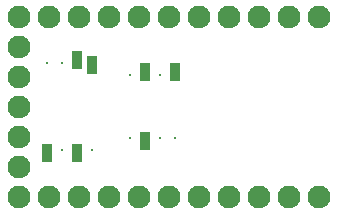
<source format=gts>
G04 DipTrace 3.3.1.3*
G04 T41_castellated.gts*
%MOIN*%
G04 #@! TF.FileFunction,Soldermask,Top*
G04 #@! TF.Part,Single*
%ADD21R,0.037433X0.064992*%
%ADD23C,0.076*%
%ADD25R,0.005937X0.005937*%
%ADD27R,0.037433X0.061055*%
%FSLAX26Y26*%
G04*
G70*
G90*
G75*
G01*
G04 TopMask*
%LPD*%
D27*
X966700Y862873D3*
D25*
X916700Y854999D3*
D27*
X866700Y862873D3*
D25*
X816700Y854999D3*
Y642401D3*
D27*
X866700Y634527D3*
D25*
X916700Y642401D3*
X966700D3*
D23*
X448700Y548700D3*
Y648700D3*
Y748700D3*
Y848700D3*
Y948700D3*
D21*
X690700Y886495D3*
X640700Y902243D3*
D25*
X590700Y894369D3*
X540700D3*
D21*
Y595157D3*
D25*
X590700Y603031D3*
D21*
X640700Y595157D3*
D25*
X690700Y603031D3*
D23*
X1448700Y448700D3*
X1348700D3*
X1248700D3*
X1148700D3*
X1048700D3*
X948700D3*
X848700D3*
X748700D3*
X648700D3*
X548700D3*
X448700D3*
X1448700Y1048700D3*
X1348700D3*
X1248700D3*
X1148700D3*
X1048700D3*
X948700D3*
X848700D3*
X748700D3*
X648700D3*
X548700D3*
X448700D3*
M02*

</source>
